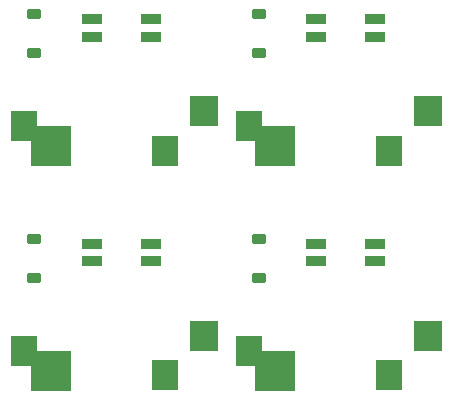
<source format=gbp>
G04 #@! TF.GenerationSoftware,KiCad,Pcbnew,7.0.8*
G04 #@! TF.CreationDate,2023-10-22T00:36:50-07:00*
G04 #@! TF.ProjectId,Seismos_4-Thumb,53656973-6d6f-4735-9f34-2d5468756d62,rev?*
G04 #@! TF.SameCoordinates,Original*
G04 #@! TF.FileFunction,Paste,Bot*
G04 #@! TF.FilePolarity,Positive*
%FSLAX46Y46*%
G04 Gerber Fmt 4.6, Leading zero omitted, Abs format (unit mm)*
G04 Created by KiCad (PCBNEW 7.0.8) date 2023-10-22 00:36:50*
%MOMM*%
%LPD*%
G01*
G04 APERTURE LIST*
G04 Aperture macros list*
%AMRoundRect*
0 Rectangle with rounded corners*
0 $1 Rounding radius*
0 $2 $3 $4 $5 $6 $7 $8 $9 X,Y pos of 4 corners*
0 Add a 4 corners polygon primitive as box body*
4,1,4,$2,$3,$4,$5,$6,$7,$8,$9,$2,$3,0*
0 Add four circle primitives for the rounded corners*
1,1,$1+$1,$2,$3*
1,1,$1+$1,$4,$5*
1,1,$1+$1,$6,$7*
1,1,$1+$1,$8,$9*
0 Add four rect primitives between the rounded corners*
20,1,$1+$1,$2,$3,$4,$5,0*
20,1,$1+$1,$4,$5,$6,$7,0*
20,1,$1+$1,$6,$7,$8,$9,0*
20,1,$1+$1,$8,$9,$2,$3,0*%
G04 Aperture macros list end*
%ADD10RoundRect,0.225000X-0.375000X0.225000X-0.375000X-0.225000X0.375000X-0.225000X0.375000X0.225000X0*%
%ADD11R,1.750000X0.812800*%
%ADD12R,2.300000X2.600000*%
%ADD13R,3.500000X3.500000*%
%ADD14R,2.400000X2.600000*%
G04 APERTURE END LIST*
D10*
X58500000Y-35350000D03*
X58500000Y-38650000D03*
X39500000Y-57650000D03*
X39500000Y-54350000D03*
X39500000Y-38650000D03*
X39500000Y-35350000D03*
X58500000Y-54350000D03*
X58500000Y-57650000D03*
D11*
X49378000Y-54754900D03*
D12*
X38660000Y-63800000D03*
X50560000Y-65900000D03*
D11*
X44348100Y-54754900D03*
X49378000Y-56253500D03*
X44348100Y-56253500D03*
D13*
X40910000Y-65515000D03*
D14*
X53860000Y-62540000D03*
D11*
X49378000Y-35754900D03*
D12*
X38660000Y-44800000D03*
X50560000Y-46900000D03*
D11*
X44348100Y-35754900D03*
X49378000Y-37253500D03*
X44348100Y-37253500D03*
D13*
X40910000Y-46515000D03*
D14*
X53860000Y-43540000D03*
D11*
X68378000Y-54754900D03*
D12*
X57660000Y-63800000D03*
X69560000Y-65900000D03*
D11*
X63348100Y-54754900D03*
X68378000Y-56253500D03*
X63348100Y-56253500D03*
D13*
X59910000Y-65515000D03*
D14*
X72860000Y-62540000D03*
D11*
X68378000Y-35754900D03*
D12*
X57660000Y-44800000D03*
X69560000Y-46900000D03*
D11*
X63348100Y-35754900D03*
X68378000Y-37253500D03*
X63348100Y-37253500D03*
D13*
X59910000Y-46515000D03*
D14*
X72860000Y-43540000D03*
M02*

</source>
